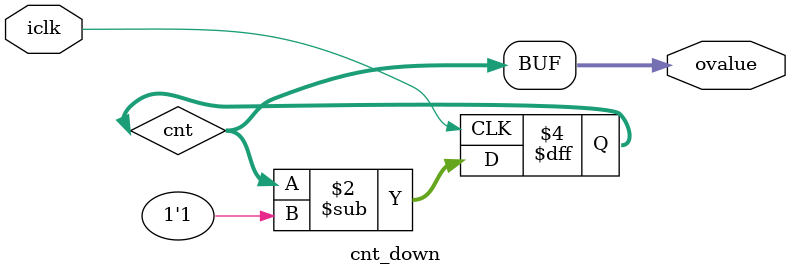
<source format=v>
`timescale 1ns / 1ps



module cnt_down(
    input iclk,
    output [3:0] ovalue
    );
    
    reg [3:0] cnt;
    
    initial begin
        cnt <= 0;
    end
    
    always @(posedge iclk) begin
        cnt <= cnt - 1'b1;
    end
    
    assign ovalue = cnt;
endmodule

</source>
